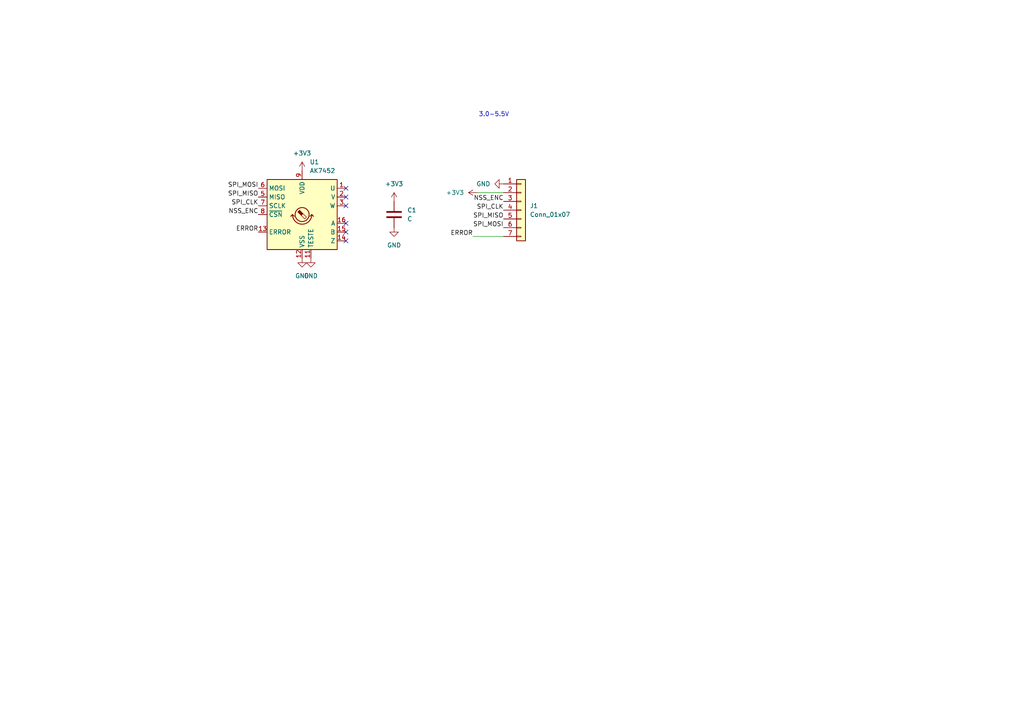
<source format=kicad_sch>
(kicad_sch (version 20231120) (generator "eeschema") (generator_version "8.0")
  (paper "A4")
  (lib_symbols
    (symbol "Connector_Generic:Conn_01x07" (pin_names (offset 1.016) hide)
      (property "Reference" "J" (at 0 10.16 0))
      (property "Value" "Conn_01x07" (at 0 -10.16 0))
      (symbol "Conn_01x07_1_1"
        (rectangle (start -1.27 -7.493) (end 0 -7.747) (stroke (width 0.1524)))
        (rectangle (start -1.27 -4.953) (end 0 -5.207) (stroke (width 0.1524)))
        (rectangle (start -1.27 -2.413) (end 0 -2.667) (stroke (width 0.1524)))
        (rectangle (start -1.27 0.127) (end 0 -0.127) (stroke (width 0.1524)))
        (rectangle (start -1.27 2.667) (end 0 2.413) (stroke (width 0.1524)))
        (rectangle (start -1.27 5.207) (end 0 4.953) (stroke (width 0.1524)))
        (rectangle (start -1.27 7.747) (end 0 7.493) (stroke (width 0.1524)))
        (rectangle (start -1.27 8.89) (end 1.27 -8.89) (stroke (width 0.254)) (fill (type background)))
        (pin passive line (at -5.08 7.62 0) (length 3.81) (name "Pin_1") (number "1"))
        (pin passive line (at -5.08 5.08 0) (length 3.81) (name "Pin_2") (number "2"))
        (pin passive line (at -5.08 2.54 0) (length 3.81) (name "Pin_3") (number "3"))
        (pin passive line (at -5.08 0 0) (length 3.81) (name "Pin_4") (number "4"))
        (pin passive line (at -5.08 -2.54 0) (length 3.81) (name "Pin_5") (number "5"))
        (pin passive line (at -5.08 -5.08 0) (length 3.81) (name "Pin_6") (number "6"))
        (pin passive line (at -5.08 -7.62 0) (length 3.81) (name "Pin_7") (number "7"))
      )
    )
    (symbol "Device:C" (pin_numbers hide) (pin_names (offset 0.254))
      (property "Reference" "C" (at 0.635 2.54 0))
      (property "Value" "C" (at 0.635 -2.54 0))
      (symbol "C_0_1"
        (polyline (pts (xy -2.032 -0.762) (xy 2.032 -0.762)) (stroke (width 0.508)))
        (polyline (pts (xy -2.032 0.762) (xy 2.032 0.762)) (stroke (width 0.508)))
      )
      (symbol "C_1_1"
        (pin passive line (at 0 3.81 270) (length 2.794) (name "~") (number "1"))
        (pin passive line (at 0 -3.81 90) (length 2.794) (name "~") (number "2"))
      )
    )
    (symbol "Sensor_Magnetic:AK7452"
      (property "Reference" "U" (at -10.16 11.43 0))
      (property "Value" "AK7452" (at 10.16 11.43 0))
      (symbol "AK7452_0_1"
        (rectangle (start -10.16 10.16) (end 10.16 -10.16) (stroke (width 0.254)) (fill (type background)))
        (arc (start -2.794 0) (mid 0 -2.7819) (end 2.794 0) (stroke (width 0.254)))
        (polyline (pts (xy -2.794 0) (xy -3.302 -0.508)) (stroke (width 0.254)))
        (polyline (pts (xy -2.794 0) (xy -2.286 -0.508)) (stroke (width 0.254)))
        (polyline (pts (xy 2.794 0) (xy 2.286 -0.508)) (stroke (width 0.254)))
        (polyline (pts (xy 2.794 0) (xy 3.302 -0.508)) (stroke (width 0.254)))
      )
      (symbol "AK7452_1_1"
        (polyline (pts (xy 0.254 0.254) (xy 1.27 -0.762) (xy 0.762 -1.27) (xy -0.254 -0.254)))
        (polyline (pts (xy -0.762 1.27) (xy 0.254 0.254) (xy -0.254 -0.254) (xy -1.27 0.762) (xy -1.016 1.016) (xy -0.762 1.27) (xy -0.635 1.143)) (fill (type outline)))
        (circle (center 0 0) (radius 2.032) (stroke (width 0.254)))
        (pin output line (at 12.7 7.62 180) (length 2.54) (name "U") (number "1"))
        (pin no_connect line (at 7.62 -10.16 90) (length 2.54) hide (name "NC") (number "10"))
        (pin passive line (at 2.54 -12.7 90) (length 2.54) (name "TESTE") (number "11"))
        (pin power_in line (at 0 -12.7 90) (length 2.54) (name "VSS") (number "12"))
        (pin output line (at -12.7 -5.08 0) (length 2.54) (name "ERROR") (number "13"))
        (pin output line (at 12.7 -7.62 180) (length 2.54) (name "Z") (number "14"))
        (pin output line (at 12.7 -5.08 180) (length 2.54) (name "B") (number "15"))
        (pin output line (at 12.7 -2.54 180) (length 2.54) (name "A") (number "16"))
        (pin output line (at 12.7 5.08 180) (length 2.54) (name "V") (number "2"))
        (pin output line (at 12.7 2.54 180) (length 2.54) (name "W") (number "3"))
        (pin no_connect line (at 5.08 -10.16 90) (length 2.54) hide (name "NC") (number "4"))
        (pin output line (at -12.7 5.08 0) (length 2.54) (name "MISO") (number "5"))
        (pin input line (at -12.7 7.62 0) (length 2.54) (name "MOSI") (number "6"))
        (pin input line (at -12.7 2.54 0) (length 2.54) (name "SCLK") (number "7"))
        (pin input line (at -12.7 0 0) (length 2.54) (name "~{CSN}") (number "8"))
        (pin power_in line (at 0 12.7 270) (length 2.54) (name "VDD") (number "9"))
      )
    )
    (symbol "power:+3.3V" (power) (pin_names (offset 0))
      (property "Value" "+3.3V" (at 0 3.556 0))
      (symbol "+3.3V_0_1"
        (polyline (pts (xy -0.762 1.27) (xy 0 2.54)))
        (polyline (pts (xy 0 0) (xy 0 2.54)))
        (polyline (pts (xy 0 2.54) (xy 0.762 1.27)))
      )
      (symbol "+3.3V_1_1"
        (pin power_in line (at 0 0 90) (length 0) hide (name "+3V3") (number "1"))
      )
    )
    (symbol "power:GND" (power) (pin_names (offset 0))
      (property "Value" "GND" (at 0 -3.81 0))
      (symbol "GND_0_1"
        (polyline (pts (xy 0 0) (xy 0 -1.27) (xy 1.27 -1.27) (xy 0 -2.54) (xy -1.27 -1.27) (xy 0 -1.27)))
      )
      (symbol "GND_1_1"
        (pin power_in line (at 0 0 270) (length 0) hide (name "GND") (number "1"))
      )
    )
  )
  (no_connect (at 100.33 67.31))
  (no_connect (at 100.33 54.61))
  (no_connect (at 100.33 69.85))
  (no_connect (at 100.33 57.15))
  (no_connect (at 100.33 64.77))
  (no_connect (at 100.33 59.69))
  (wire (pts (xy 138.43 55.88) (xy 146.05 55.88)))
  (wire (pts (xy 137.16 68.58) (xy 146.05 68.58)))
  (text "3.0-5.5V" (at 143.256 33.274 0) (effects (font (size 1.27 1.27))))
  (label "SPI_MISO" (at 146.05 63.5 180))
  (label "NSS_ENC" (at 146.05 58.42 180))
  (label "ERROR" (at 74.93 67.31 180))
  (label "SPI_MISO" (at 74.93 57.15 180))
  (label "NSS_ENC" (at 74.93 62.23 180))
  (label "SPI_MOSI" (at 74.93 54.61 180))
  (label "SPI_CLK" (at 74.93 59.69 180))
  (label "ERROR" (at 137.16 68.58 180))
  (label "SPI_CLK" (at 146.05 60.96 180))
  (label "SPI_MOSI" (at 146.05 66.04 180))
  (symbol (lib_id "power:GND") (at 87.63 74.93 0) (unit 1)
    (property "Reference" "#PWR2" (effects (hide yes)))
    (property "Value" "GND" (at 87.63 80.01 0))
  )
  (symbol (lib_id "Device:C") (at 114.3 62.23 0) (unit 1)
    (property "Reference" "C1" (at 118.11 60.9599 0) (effects (justify left)))
    (property "Value" "C" (at 118.11 63.4999 0) (effects (justify left)))
    (property "Footprint" "Capacitor_SMD:C_0603_1608Metric" (effects (hide yes)))
    (property "Description" "Unpolarized capacitor" (effects (hide yes)))
  )
  (symbol (lib_id "power:+3.3V") (at 114.3 58.42 0) (unit 1)
    (property "Reference" "#PWR7" (effects (hide yes)))
    (property "Value" "+3V3" (at 114.3 53.34 0))
  )
  (symbol (lib_id "power:+3.3V") (at 87.63 49.53 0) (unit 1)
    (property "Reference" "#PWR4" (effects (hide yes)))
    (property "Value" "+3V3" (at 87.63 44.45 0))
  )
  (symbol (lib_id "Sensor_Magnetic:AK7452") (at 87.63 62.23 0) (unit 1)
    (property "Reference" "U1" (at 89.8241 46.99 0) (effects (justify left)))
    (property "Value" "AK7452" (at 89.8241 49.53 0) (effects (justify left)))
    (property "Footprint" "Package_SO:TSSOP-16_4.4x5mm_P0.65mm" (effects (hide yes)))
    (property "Datasheet" "https://www.akm.com/akm/en/file/datasheet/AK7452.pdf" (effects (hide yes)))
    (property "Description" "Magnetic rotary angle sensor, 14-bit, SPI interface, ABZ, UVW, TSSOP-16" (effects (hide yes)))
  )
  (symbol (lib_id "power:GND") (at 146.05 53.34 270) (unit 1)
    (property "Reference" "#PWR3" (effects (hide yes)))
    (property "Value" "GND" (at 142.24 53.3399 90) (effects (justify right)))
  )
  (symbol (lib_id "power:+3.3V") (at 138.43 55.88 90) (unit 1)
    (property "Reference" "#PWR1" (effects (hide yes)))
    (property "Value" "+3V3" (at 134.62 55.8799 90) (effects (justify left)))
  )
  (symbol (lib_id "power:GND") (at 114.3 66.04 0) (unit 1)
    (property "Reference" "#PWR6" (effects (hide yes)))
    (property "Value" "GND" (at 114.3 71.12 0))
  )
  (symbol (lib_id "Connector_Generic:Conn_01x07") (at 151.13 60.96 0) (unit 1)
    (property "Reference" "J1" (at 153.67 59.6899 0) (effects (justify left)))
    (property "Value" "Conn_01x07" (at 153.67 62.2299 0) (effects (justify left)))
    (property "Footprint" "Connector_Hirose:Hirose_DF13-07P-1.25DSA_1x07_P1.25mm_Vertical" (effects (hide yes)))
  )
  (symbol (lib_id "power:GND") (at 90.17 74.93 0) (unit 1)
    (property "Reference" "#PWR5" (effects (hide yes)))
    (property "Value" "GND" (at 90.17 80.01 0))
  )
)
</source>
